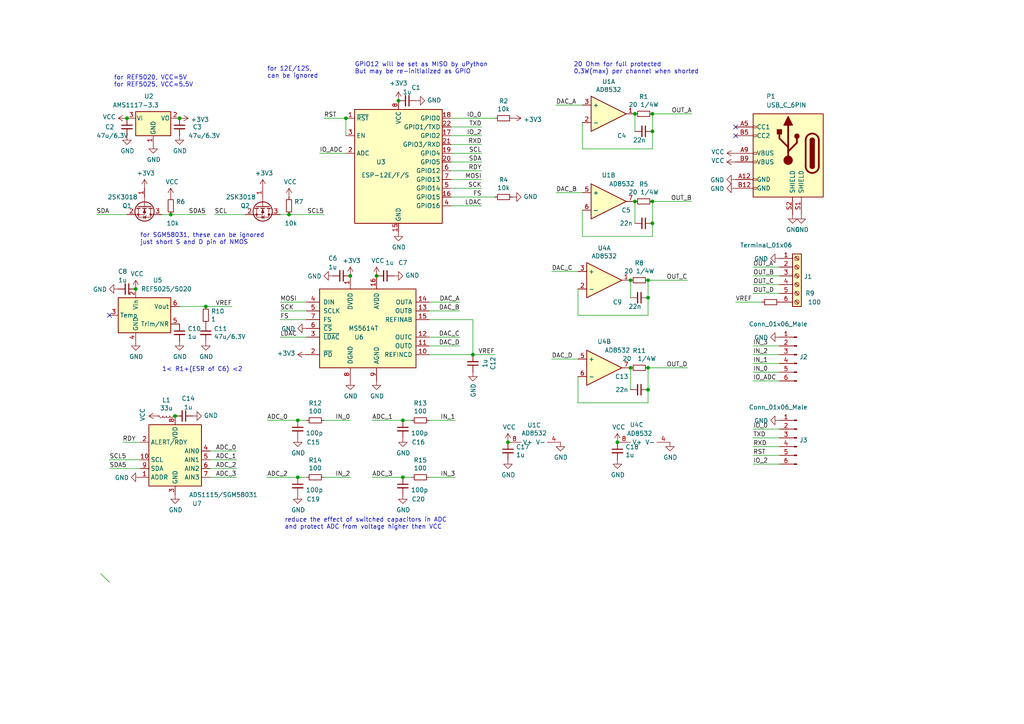
<source format=kicad_sch>
(kicad_sch (version 20230121) (generator eeschema)
  (paper "A4")
  (lib_symbols
    (symbol "Library:ADS1115IDGS"
      (property "Reference" "U" (at 2.54 13.97 0))
      (property "Value" "ADS1115IDGS" (at 7.62 11.43 0))
      (symbol "ADS1115IDGS_0_1"
        (rectangle (start -7.62 10.16) (end 7.62 -7.62) (stroke (width 0.254)) (fill (type background)))
      )
      (symbol "ADS1115IDGS_1_1"
        (pin input line (at 10.16 -5.08 180) (length 2.54) (name "ADDR") (number "1"))
        (pin input line (at 10.16 0 180) (length 2.54) (name "SCL") (number "10"))
        (pin output line (at 10.16 5.08 180) (length 2.54) (name "ALERT/RDY") (number "2"))
        (pin power_in line (at 0 -10.16 90) (length 2.54) (name "GND") (number "3"))
        (pin input line (at -10.16 2.54 0) (length 2.54) (name "AIN0") (number "4"))
        (pin input line (at -10.16 0 0) (length 2.54) (name "AIN1") (number "5"))
        (pin input line (at -10.16 -2.54 0) (length 2.54) (name "AIN2") (number "6"))
        (pin input line (at -10.16 -5.08 0) (length 2.54) (name "AIN3") (number "7"))
        (pin power_in line (at 0 12.7 270) (length 2.54) (name "VDD") (number "8"))
        (pin bidirectional line (at 10.16 -2.54 180) (length 2.54) (name "SDA") (number "9"))
      )
    )
    (symbol "Library:C_Small" (pin_numbers hide) (pin_names (offset 0.254) hide)
      (property "Reference" "C" (at 0.254 1.778 0))
      (property "Value" "C_Small" (at 0.254 -2.032 0))
      (symbol "C_Small_0_1"
        (polyline (pts (xy -1.524 -0.508) (xy 1.524 -0.508)) (stroke (width 0.3302)))
        (polyline (pts (xy -1.524 0.508) (xy 1.524 0.508)) (stroke (width 0.3048)))
      )
      (symbol "C_Small_1_1"
        (pin passive line (at 0 2.54 270) (length 2.032) (name "~") (number "1"))
        (pin passive line (at 0 -2.54 90) (length 2.032) (name "~") (number "2"))
      )
    )
    (symbol "Library:Conn_01x06_Male-Connector" (pin_names (offset 1.016) hide)
      (property "Reference" "J" (at 0 7.62 0))
      (property "Value" "Connector_Conn_01x06_Male" (at 0 -10.16 0))
      (symbol "Conn_01x06_Male-Connector_1_1"
        (polyline (pts (xy 1.27 -7.62) (xy 0.8636 -7.62)) (stroke (width 0.1524)))
        (polyline (pts (xy 1.27 -5.08) (xy 0.8636 -5.08)) (stroke (width 0.1524)))
        (polyline (pts (xy 1.27 -2.54) (xy 0.8636 -2.54)) (stroke (width 0.1524)))
        (polyline (pts (xy 1.27 0) (xy 0.8636 0)) (stroke (width 0.1524)))
        (polyline (pts (xy 1.27 2.54) (xy 0.8636 2.54)) (stroke (width 0.1524)))
        (polyline (pts (xy 1.27 5.08) (xy 0.8636 5.08)) (stroke (width 0.1524)))
        (rectangle (start 0.8636 -7.493) (end 0 -7.747) (stroke (width 0.1524)) (fill (type outline)))
        (rectangle (start 0.8636 -4.953) (end 0 -5.207) (stroke (width 0.1524)) (fill (type outline)))
        (rectangle (start 0.8636 -2.413) (end 0 -2.667) (stroke (width 0.1524)) (fill (type outline)))
        (rectangle (start 0.8636 0.127) (end 0 -0.127) (stroke (width 0.1524)) (fill (type outline)))
        (rectangle (start 0.8636 2.667) (end 0 2.413) (stroke (width 0.1524)) (fill (type outline)))
        (rectangle (start 0.8636 5.207) (end 0 4.953) (stroke (width 0.1524)) (fill (type outline)))
        (pin passive line (at 5.08 5.08 180) (length 3.81) (name "Pin_1") (number "1"))
        (pin passive line (at 5.08 2.54 180) (length 3.81) (name "Pin_2") (number "2"))
        (pin passive line (at 5.08 0 180) (length 3.81) (name "Pin_3") (number "3"))
        (pin passive line (at 5.08 -2.54 180) (length 3.81) (name "Pin_4") (number "4"))
        (pin passive line (at 5.08 -5.08 180) (length 3.81) (name "Pin_5") (number "5"))
        (pin passive line (at 5.08 -7.62 180) (length 3.81) (name "Pin_6") (number "6"))
      )
    )
    (symbol "Library:ESP-12E-NOSD-my"
      (property "Reference" "U" (at -12.7 19.05 0))
      (property "Value" "my_ESP-12E-NOSD" (at 12.7 19.05 0))
      (symbol "ESP-12E-NOSD-my_0_1"
        (rectangle (start -12.7 17.78) (end 12.7 -15.24) (stroke (width 0.254)) (fill (type background)))
      )
      (symbol "ESP-12E-NOSD-my_1_1"
        (pin input line (at -15.24 15.24 0) (length 2.54) (name "~{RST}") (number "1"))
        (pin power_in line (at 0 -17.78 90) (length 2.54) (name "GND") (number "15"))
        (pin bidirectional line (at 15.24 -7.62 180) (length 2.54) (name "GPIO15") (number "16"))
        (pin bidirectional line (at 15.24 10.16 180) (length 2.54) (name "GPIO2") (number "17"))
        (pin bidirectional line (at 15.24 15.24 180) (length 2.54) (name "GPIO0") (number "18"))
        (pin bidirectional line (at 15.24 5.08 180) (length 2.54) (name "GPIO4") (number "19"))
        (pin input line (at -15.24 5.08 0) (length 2.54) (name "ADC") (number "2"))
        (pin bidirectional line (at 15.24 2.54 180) (length 2.54) (name "GPIO5") (number "20"))
        (pin bidirectional line (at 15.24 7.62 180) (length 2.54) (name "GPIO3/RXD") (number "21"))
        (pin bidirectional line (at 15.24 12.7 180) (length 2.54) (name "GPIO1/TXD") (number "22"))
        (pin input line (at -15.24 10.16 0) (length 2.54) (name "EN") (number "3"))
        (pin bidirectional line (at 15.24 -10.16 180) (length 2.54) (name "GPIO16") (number "4"))
        (pin bidirectional line (at 15.24 -5.08 180) (length 2.54) (name "GPIO14") (number "5"))
        (pin bidirectional line (at 15.24 0 180) (length 2.54) (name "GPIO12") (number "6"))
        (pin bidirectional line (at 15.24 -2.54 180) (length 2.54) (name "GPIO13") (number "7"))
        (pin power_in line (at 0 20.32 270) (length 2.54) (name "VCC") (number "8"))
      )
    )
    (symbol "Library:LM1117-3.3-Regulator_Linear" (pin_names (offset 0.254))
      (property "Reference" "U" (at -3.81 3.175 0))
      (property "Value" "Regulator_Linear_LM1117-3.3" (at 0 3.175 0))
      (symbol "LM1117-3.3-Regulator_Linear_0_1"
        (rectangle (start -5.08 -5.08) (end 5.08 1.905) (stroke (width 0.254)) (fill (type background)))
      )
      (symbol "LM1117-3.3-Regulator_Linear_1_1"
        (pin power_in line (at 0 -7.62 90) (length 2.54) (name "GND") (number "1"))
        (pin power_out line (at 7.62 0 180) (length 2.54) (name "VO") (number "2"))
        (pin power_in line (at -7.62 0 0) (length 2.54) (name "VI") (number "3"))
      )
    )
    (symbol "Library:L_Small" (pin_numbers hide) (pin_names (offset 0.254) hide)
      (property "Reference" "L" (at 0.762 1.016 0))
      (property "Value" "L_Small" (at 0.762 -1.016 0))
      (symbol "L_Small_0_1"
        (arc (start 0 -2.032) (mid 0.5058 -1.524) (end 0 -1.016))
        (arc (start 0 -1.016) (mid 0.5058 -0.508) (end 0 0))
        (arc (start 0 0) (mid 0.5058 0.508) (end 0 1.016))
        (arc (start 0 1.016) (mid 0.5058 1.524) (end 0 2.032))
      )
      (symbol "L_Small_1_1"
        (pin passive line (at 0 2.54 270) (length 0.508) (name "~") (number "1"))
        (pin passive line (at 0 -2.54 90) (length 0.508) (name "~") (number "2"))
      )
    )
    (symbol "Library:Opamp_Dual_Generic-Device"
      (property "Reference" "U" (at 0 5.08 0))
      (property "Value" "Device_Opamp_Dual_Generic" (at 0 -5.08 0))
      (symbol "Opamp_Dual_Generic-Device_1_1"
        (polyline (pts (xy -5.08 5.08) (xy 5.08 0) (xy -5.08 -5.08) (xy -5.08 5.08)) (stroke (width 0.254)) (fill (type background)))
        (pin output line (at 7.62 0 180) (length 2.54) (name "~") (number "1"))
        (pin input line (at -7.62 -2.54 0) (length 2.54) (name "-") (number "2"))
        (pin input line (at -7.62 2.54 0) (length 2.54) (name "+") (number "3"))
      )
      (symbol "Opamp_Dual_Generic-Device_2_1"
        (polyline (pts (xy -5.08 5.08) (xy 5.08 0) (xy -5.08 -5.08) (xy -5.08 5.08)) (stroke (width 0.254)) (fill (type background)))
        (pin input line (at -7.62 2.54 0) (length 2.54) (name "+") (number "5"))
        (pin input line (at -7.62 -2.54 0) (length 2.54) (name "-") (number "6"))
        (pin output line (at 7.62 0 180) (length 2.54) (name "~") (number "7"))
      )
      (symbol "Opamp_Dual_Generic-Device_3_1"
        (pin power_in line (at -2.54 -7.62 90) (length 3.81) (name "V-") (number "4"))
        (pin power_in line (at -2.54 7.62 270) (length 3.81) (name "V+") (number "8"))
      )
    )
    (symbol "Library:Q_NMOS_GSD" (pin_names (offset 0) hide)
      (property "Reference" "Q" (at 5.08 1.27 0))
      (property "Value" "Q_NMOS_GSD" (at 5.08 -1.27 0))
      (symbol "Q_NMOS_GSD_0_1"
        (polyline (pts (xy 0.254 0) (xy -2.54 0)))
        (polyline (pts (xy 0.254 1.905) (xy 0.254 -1.905)) (stroke (width 0.254)))
        (polyline (pts (xy 0.762 -1.27) (xy 0.762 -2.286)) (stroke (width 0.254)))
        (polyline (pts (xy 0.762 0.508) (xy 0.762 -0.508)) (stroke (width 0.254)))
        (polyline (pts (xy 0.762 2.286) (xy 0.762 1.27)) (stroke (width 0.254)))
        (polyline (pts (xy 2.54 2.54) (xy 2.54 1.778)))
        (polyline (pts (xy 2.54 -2.54) (xy 2.54 0) (xy 0.762 0)))
        (polyline (pts (xy 0.762 -1.778) (xy 3.302 -1.778) (xy 3.302 1.778) (xy 0.762 1.778)))
        (polyline (pts (xy 1.016 0) (xy 2.032 0.381) (xy 2.032 -0.381) (xy 1.016 0)) (fill (type outline)))
        (polyline (pts (xy 2.794 0.508) (xy 2.921 0.381) (xy 3.683 0.381) (xy 3.81 0.254)))
        (polyline (pts (xy 3.302 0.381) (xy 2.921 -0.254) (xy 3.683 -0.254) (xy 3.302 0.381)))
        (circle (center 1.651 0) (radius 2.794) (stroke (width 0.254)))
        (circle (center 2.54 -1.778) (radius 0.254) (fill (type outline)))
        (circle (center 2.54 1.778) (radius 0.254) (fill (type outline)))
      )
      (symbol "Q_NMOS_GSD_1_1"
        (pin input line (at -5.08 0 0) (length 2.54) (name "G") (number "1"))
        (pin passive line (at 2.54 -5.08 90) (length 2.54) (name "S") (number "2"))
        (pin passive line (at 2.54 5.08 270) (length 2.54) (name "D") (number "3"))
      )
    )
    (symbol "Library:REF5025ADGK"
      (property "Reference" "U" (at 0.635 8.255 0))
      (property "Value" "REF5025ADGK" (at -0.635 6.35 0))
      (symbol "REF5025ADGK_0_1"
        (rectangle (start -7.62 5.08) (end 7.62 -5.08) (stroke (width 0.254)) (fill (type background)))
      )
      (symbol "REF5025ADGK_1_1"
        (pin no_connect line (at -7.62 2.54 0) (length 2.54) hide (name "DNC") (number "1"))
        (pin power_in line (at -2.54 7.62 270) (length 2.54) (name "Vin") (number "2"))
        (pin passive line (at -10.16 0 0) (length 2.54) (name "Temp") (number "3"))
        (pin power_in line (at -2.54 -7.62 90) (length 2.54) (name "GND") (number "4"))
        (pin passive line (at 10.16 -2.54 180) (length 2.54) (name "Trim/NR") (number "5"))
        (pin power_out line (at 10.16 2.54 180) (length 2.54) (name "Vout") (number "6"))
        (pin no_connect line (at -5.08 -5.08 90) (length 2.54) hide (name "NC") (number "7"))
        (pin no_connect line (at 7.62 0 180) (length 2.54) hide (name "DNC") (number "8"))
      )
    )
    (symbol "Library:R_Small" (pin_numbers hide) (pin_names (offset 0.254) hide)
      (property "Reference" "R" (at 0.762 0.508 0))
      (property "Value" "R_Small" (at 0.762 -1.016 0))
      (symbol "R_Small_0_1"
        (rectangle (start -0.762 1.778) (end 0.762 -1.778) (stroke (width 0.2032)))
      )
      (symbol "R_Small_1_1"
        (pin passive line (at 0 2.54 270) (length 0.762) (name "~") (number "1"))
        (pin passive line (at 0 -2.54 90) (length 0.762) (name "~") (number "2"))
      )
    )
    (symbol "Library:Screw_Terminal_01x06" (pin_names (offset 1.016) hide)
      (property "Reference" "J" (at 0 7.62 0))
      (property "Value" "Screw_Terminal_01x06" (at 0 -10.16 0))
      (symbol "Screw_Terminal_01x06_1_1"
        (rectangle (start -1.27 6.35) (end 1.27 -8.89) (stroke (width 0.254)) (fill (type background)))
        (circle (center 0 -7.62) (radius 0.635) (stroke (width 0.1524)))
        (circle (center 0 -5.08) (radius 0.635) (stroke (width 0.1524)))
        (circle (center 0 -2.54) (radius 0.635) (stroke (width 0.1524)))
        (polyline (pts (xy -0.5334 -7.2898) (xy 0.3302 -8.128)) (stroke (width 0.1524)))
        (polyline (pts (xy -0.5334 -4.7498) (xy 0.3302 -5.588)) (stroke (width 0.1524)))
        (polyline (pts (xy -0.5334 -2.2098) (xy 0.3302 -3.048)) (stroke (width 0.1524)))
        (polyline (pts (xy -0.5334 0.3302) (xy 0.3302 -0.508)) (stroke (width 0.1524)))
        (polyline (pts (xy -0.5334 2.8702) (xy 0.3302 2.032)) (stroke (width 0.1524)))
        (polyline (pts (xy -0.5334 5.4102) (xy 0.3302 4.572)) (stroke (width 0.1524)))
        (polyline (pts (xy -0.3556 -7.112) (xy 0.508 -7.9502)) (stroke (width 0.1524)))
        (polyline (pts (xy -0.3556 -4.572) (xy 0.508 -5.4102)) (stroke (width 0.1524)))
        (polyline (pts (xy -0.3556 -2.032) (xy 0.508 -2.8702)) (stroke (width 0.1524)))
        (polyline (pts (xy -0.3556 0.508) (xy 0.508 -0.3302)) (stroke (width 0.1524)))
        (polyline (pts (xy -0.3556 3.048) (xy 0.508 2.2098)) (stroke (width 0.1524)))
        (polyline (pts (xy -0.3556 5.588) (xy 0.508 4.7498)) (stroke (width 0.1524)))
        (circle (center 0 0) (radius 0.635) (stroke (width 0.1524)))
        (circle (center 0 2.54) (radius 0.635) (stroke (width 0.1524)))
        (circle (center 0 5.08) (radius 0.635) (stroke (width 0.1524)))
        (pin passive line (at -5.08 5.08 0) (length 3.81) (name "Pin_1") (number "1"))
        (pin passive line (at -5.08 2.54 0) (length 3.81) (name "Pin_2") (number "2"))
        (pin passive line (at -5.08 0 0) (length 3.81) (name "Pin_3") (number "3"))
        (pin passive line (at -5.08 -2.54 0) (length 3.81) (name "Pin_4") (number "4"))
        (pin passive line (at -5.08 -5.08 0) (length 3.81) (name "Pin_5") (number "5"))
        (pin passive line (at -5.08 -7.62 0) (length 3.81) (name "Pin_6") (number "6"))
      )
    )
    (symbol "Library:TLV5627CPW" (pin_names (offset 1.016))
      (property "Reference" "U" (at -13.97 12.7 0))
      (property "Value" "TLV5627CPW" (at 6.35 12.7 0))
      (symbol "TLV5627CPW_0_1"
        (rectangle (start -13.97 11.43) (end 13.97 -11.43) (stroke (width 0.254)) (fill (type background)))
      )
      (symbol "TLV5627CPW_1_1"
        (pin power_in line (at -5.08 15.24 270) (length 3.81) (name "DVDD") (number "1"))
        (pin input line (at 17.78 -7.62 180) (length 3.81) (name "REFINCD") (number "10"))
        (pin output line (at 17.78 -5.08 180) (length 3.81) (name "OUTD") (number "11"))
        (pin output line (at 17.78 -2.54 180) (length 3.81) (name "OUTC") (number "12"))
        (pin output line (at 17.78 5.08 180) (length 3.81) (name "OUTB") (number "13"))
        (pin output line (at 17.78 7.62 180) (length 3.81) (name "OUTA") (number "14"))
        (pin input line (at 17.78 2.54 180) (length 3.81) (name "REFINAB") (number "15"))
        (pin power_in line (at 2.54 15.24 270) (length 3.81) (name "AVDD") (number "16"))
        (pin input line (at -17.78 -7.62 0) (length 3.81) (name "~{PD}") (number "2"))
        (pin input line (at -17.78 -2.54 0) (length 3.81) (name "~{LDAC}") (number "3"))
        (pin input line (at -17.78 7.62 0) (length 3.81) (name "DIN") (number "4"))
        (pin input line (at -17.78 5.08 0) (length 3.81) (name "SCLK") (number "5"))
        (pin input line (at -17.78 0 0) (length 3.81) (name "~{CS}") (number "6"))
        (pin input line (at -17.78 2.54 0) (length 3.81) (name "FS") (number "7"))
        (pin power_in line (at -5.08 -15.24 90) (length 3.81) (name "DGND") (number "8"))
        (pin power_in line (at 2.54 -15.24 90) (length 3.81) (name "AGND") (number "9"))
      )
    )
    (symbol "Library:USB_C_6PIN-my" (pin_names (offset 1.016))
      (property "Reference" "P" (at 6.35 12.7 0))
      (property "Value" "my_USB_C_6PIN" (at 2.54 12.7 0))
      (symbol "USB_C_6PIN-my_0_0"
        (rectangle (start 10.16 -9.906) (end 9.144 -10.414))
        (rectangle (start 10.16 -7.366) (end 9.144 -7.874))
        (rectangle (start 10.16 -2.286) (end 9.144 -2.794))
        (rectangle (start 10.16 0.254) (end 9.144 -0.254))
        (rectangle (start 10.16 5.334) (end 9.144 4.826))
        (rectangle (start 10.16 7.874) (end 9.144 7.366))
      )
      (symbol "USB_C_6PIN-my_0_1"
        (rectangle (start -10.16 11.43) (end 10.16 -12.7) (stroke (width 0.254)) (fill (type background)))
        (arc (start -8.89 -3.81) (mid -6.985 -5.7067) (end -5.08 -3.81) (stroke (width 0.508)))
        (arc (start -7.62 -3.81) (mid -6.985 -4.4423) (end -6.35 -3.81) (stroke (width 0.254)))
        (arc (start -7.62 -3.81) (mid -6.985 -4.4423) (end -6.35 -3.81) (stroke (width 0.254)) (fill (type outline)))
        (rectangle (start -7.62 -3.81) (end -6.35 3.81) (stroke (width 0.254)) (fill (type outline)))
        (arc (start -6.35 3.81) (mid -6.985 4.4423) (end -7.62 3.81) (stroke (width 0.254)))
        (arc (start -6.35 3.81) (mid -6.985 4.4423) (end -7.62 3.81) (stroke (width 0.254)) (fill (type outline)))
        (arc (start -5.08 3.81) (mid -6.985 5.7067) (end -8.89 3.81) (stroke (width 0.508)))
        (polyline (pts (xy -8.89 -3.81) (xy -8.89 3.81)) (stroke (width 0.508)))
        (polyline (pts (xy -5.08 3.81) (xy -5.08 -3.81)) (stroke (width 0.508)))
      )
      (symbol "USB_C_6PIN-my_1_1"
        (circle (center -2.54 4.953) (radius 0.635) (stroke (width 0.254)) (fill (type outline)))
        (circle (center 0 -2.032) (radius 1.27) (fill (type outline)))
        (polyline (pts (xy 0 -2.032) (xy 0 8.128)) (stroke (width 0.508)))
        (polyline (pts (xy 0 0.508) (xy -2.54 3.048) (xy -2.54 4.318)) (stroke (width 0.508)))
        (polyline (pts (xy 0 1.778) (xy 2.54 4.318) (xy 2.54 5.588)) (stroke (width 0.508)))
        (polyline (pts (xy -1.27 8.128) (xy 0 10.668) (xy 1.27 8.128) (xy -1.27 8.128)) (stroke (width 0.254)) (fill (type outline)))
        (rectangle (start 1.905 5.588) (end 3.175 6.858) (stroke (width 0.254)) (fill (type outline)))
        (pin power_in line (at 15.24 -7.62 180) (length 5.08) (name "GND") (number "A12"))
        (pin bidirectional line (at 15.24 7.62 180) (length 5.08) (name "CC1") (number "A5"))
        (pin power_in line (at 15.24 0 180) (length 5.08) (name "VBUS") (number "A9"))
        (pin power_in line (at 15.24 -10.16 180) (length 5.08) (name "GND") (number "B12"))
        (pin bidirectional line (at 15.24 5.08 180) (length 5.08) (name "CC2") (number "B5"))
        (pin power_in line (at 15.24 -2.54 180) (length 5.08) (name "VBUS") (number "B9"))
        (pin passive line (at -3.81 -17.78 90) (length 5.08) (name "SHIELD") (number "S1"))
        (pin passive line (at -1.27 -17.78 90) (length 5.08) (name "SHIELD") (number "S2"))
      )
    )
    (symbol "power:+3V3" (power) (pin_names (offset 0))
      (property "Value" "+3V3" (at 0 3.556 0))
      (symbol "+3V3_0_1"
        (polyline (pts (xy -0.762 1.27) (xy 0 2.54)))
        (polyline (pts (xy 0 0) (xy 0 2.54)))
        (polyline (pts (xy 0 2.54) (xy 0.762 1.27)))
      )
      (symbol "+3V3_1_1"
        (pin power_in line (at 0 0 90) (length 0) hide (name "+3V3") (number "1"))
      )
    )
    (symbol "power:GND" (power) (pin_names (offset 0))
      (property "Value" "GND" (at 0 -3.81 0))
      (symbol "GND_0_1"
        (polyline (pts (xy 0 0) (xy 0 -1.27) (xy 1.27 -1.27) (xy 0 -2.54) (xy -1.27 -1.27) (xy 0 -1.27)))
      )
      (symbol "GND_1_1"
        (pin power_in line (at 0 0 270) (length 0) hide (name "GND") (number "1"))
      )
    )
    (symbol "power:VCC" (power) (pin_names (offset 0))
      (property "Value" "VCC" (at 0 3.81 0))
      (symbol "VCC_0_1"
        (polyline (pts (xy -0.762 1.27) (xy 0 2.54)))
        (polyline (pts (xy 0 0) (xy 0 2.54)))
        (polyline (pts (xy 0 2.54) (xy 0.762 1.27)))
      )
      (symbol "VCC_1_1"
        (pin power_in line (at 0 0 90) (length 0) hide (name "VCC") (number "1"))
      )
    )
  )
  (junction (at 86.36 138.43))
  (junction (at 36.83 34.29))
  (junction (at 184.15 33.02))
  (junction (at 189.23 38.1))
  (junction (at 182.88 81.28))
  (junction (at 189.23 33.02))
  (junction (at 59.69 88.9))
  (junction (at 147.32 128.27))
  (junction (at 187.96 81.28))
  (junction (at 182.88 106.68))
  (junction (at 189.23 58.42))
  (junction (at 109.22 80.01))
  (junction (at 137.16 102.87))
  (junction (at 179.07 128.27))
  (junction (at 52.07 34.29))
  (junction (at 39.37 83.82))
  (junction (at 184.15 58.42))
  (junction (at 115.57 29.21))
  (junction (at 187.96 113.03))
  (junction (at 100.33 34.29))
  (junction (at 83.82 62.23))
  (junction (at 50.8 120.65))
  (junction (at 49.53 62.23))
  (junction (at 101.6 80.01))
  (junction (at 189.23 64.77))
  (junction (at 116.84 121.92))
  (junction (at 187.96 106.68))
  (junction (at 187.96 86.36))
  (junction (at 86.36 121.92))
  (junction (at 116.84 138.43))
  (no_connect (at 31.75 91.44))
  (no_connect (at 213.36 39.37))
  (no_connect (at 213.36 36.83))
  (bus_entry (at 29.21 166.37) (size 2.54 2.54))
  (wire (pts (xy 168.91 43.18) (xy 189.23 43.18)))
  (wire (pts (xy 218.44 107.95) (xy 226.06 107.95)))
  (wire (pts (xy 130.81 49.53) (xy 139.7 49.53)))
  (wire (pts (xy 62.23 62.23) (xy 71.12 62.23)))
  (wire (pts (xy 226.06 127) (xy 218.44 127)))
  (wire (pts (xy 187.96 113.03) (xy 187.96 116.84)))
  (wire (pts (xy 130.81 36.83) (xy 139.7 36.83)))
  (wire (pts (xy 77.47 138.43) (xy 86.36 138.43)))
  (wire (pts (xy 187.96 106.68) (xy 199.39 106.68)))
  (wire (pts (xy 116.84 121.92) (xy 119.38 121.92)))
  (wire (pts (xy 46.99 62.23) (xy 49.53 62.23)))
  (wire (pts (xy 68.58 133.35) (xy 60.96 133.35)))
  (wire (pts (xy 93.98 138.43) (xy 101.6 138.43)))
  (wire (pts (xy 218.44 80.01) (xy 226.06 80.01)))
  (wire (pts (xy 168.91 30.48) (xy 161.29 30.48)))
  (wire (pts (xy 218.44 134.62) (xy 226.06 134.62)))
  (wire (pts (xy 218.44 102.87) (xy 226.06 102.87)))
  (wire (pts (xy 182.88 106.68) (xy 182.88 113.03)))
  (wire (pts (xy 218.44 105.41) (xy 226.06 105.41)))
  (wire (pts (xy 92.71 44.45) (xy 100.33 44.45)))
  (wire (pts (xy 167.64 91.44) (xy 187.96 91.44)))
  (wire (pts (xy 189.23 33.02) (xy 189.23 38.1)))
  (wire (pts (xy 137.16 102.87) (xy 124.46 102.87)))
  (wire (pts (xy 189.23 43.18) (xy 189.23 38.1)))
  (wire (pts (xy 77.47 121.92) (xy 86.36 121.92)))
  (wire (pts (xy 40.64 135.89) (xy 31.75 135.89)))
  (wire (pts (xy 100.33 39.37) (xy 100.33 34.29)))
  (wire (pts (xy 189.23 64.77) (xy 189.23 68.58)))
  (wire (pts (xy 184.15 38.1) (xy 184.15 33.02)))
  (wire (pts (xy 49.53 62.23) (xy 59.69 62.23)))
  (wire (pts (xy 124.46 138.43) (xy 132.08 138.43)))
  (wire (pts (xy 86.36 121.92) (xy 88.9 121.92)))
  (wire (pts (xy 189.23 58.42) (xy 189.23 64.77)))
  (wire (pts (xy 133.35 90.17) (xy 124.46 90.17)))
  (wire (pts (xy 168.91 68.58) (xy 168.91 60.96)))
  (wire (pts (xy 86.36 138.43) (xy 88.9 138.43)))
  (wire (pts (xy 139.7 46.99) (xy 130.81 46.99)))
  (wire (pts (xy 124.46 121.92) (xy 132.08 121.92)))
  (wire (pts (xy 187.96 81.28) (xy 187.96 86.36)))
  (wire (pts (xy 81.28 62.23) (xy 83.82 62.23)))
  (wire (pts (xy 182.88 86.36) (xy 182.88 81.28)))
  (wire (pts (xy 116.84 138.43) (xy 119.38 138.43)))
  (wire (pts (xy 218.44 100.33) (xy 226.06 100.33)))
  (wire (pts (xy 27.94 62.23) (xy 36.83 62.23)))
  (wire (pts (xy 218.44 124.46) (xy 226.06 124.46)))
  (wire (pts (xy 226.06 82.55) (xy 218.44 82.55)))
  (wire (pts (xy 107.95 138.43) (xy 116.84 138.43)))
  (wire (pts (xy 168.91 55.88) (xy 161.29 55.88)))
  (wire (pts (xy 93.98 121.92) (xy 101.6 121.92)))
  (wire (pts (xy 187.96 106.68) (xy 187.96 113.03)))
  (wire (pts (xy 124.46 97.79) (xy 133.35 97.79)))
  (wire (pts (xy 137.16 92.71) (xy 137.16 102.87)))
  (wire (pts (xy 88.9 90.17) (xy 81.28 90.17)))
  (wire (pts (xy 167.64 78.74) (xy 160.02 78.74)))
  (wire (pts (xy 137.16 102.87) (xy 143.51 102.87)))
  (wire (pts (xy 130.81 44.45) (xy 139.7 44.45)))
  (wire (pts (xy 143.51 57.15) (xy 130.81 57.15)))
  (wire (pts (xy 218.44 129.54) (xy 226.06 129.54)))
  (wire (pts (xy 218.44 132.08) (xy 226.06 132.08)))
  (wire (pts (xy 220.98 87.63) (xy 213.36 87.63)))
  (wire (pts (xy 139.7 39.37) (xy 130.81 39.37)))
  (wire (pts (xy 60.96 130.81) (xy 68.58 130.81)))
  (wire (pts (xy 189.23 68.58) (xy 168.91 68.58)))
  (wire (pts (xy 218.44 110.49) (xy 226.06 110.49)))
  (wire (pts (xy 167.64 116.84) (xy 167.64 109.22)))
  (wire (pts (xy 124.46 92.71) (xy 137.16 92.71)))
  (wire (pts (xy 60.96 135.89) (xy 68.58 135.89)))
  (wire (pts (xy 189.23 33.02) (xy 200.66 33.02)))
  (wire (pts (xy 59.69 88.9) (xy 67.31 88.9)))
  (wire (pts (xy 83.82 62.23) (xy 93.98 62.23)))
  (wire (pts (xy 218.44 85.09) (xy 226.06 85.09)))
  (wire (pts (xy 187.96 81.28) (xy 199.39 81.28)))
  (wire (pts (xy 167.64 104.14) (xy 160.02 104.14)))
  (wire (pts (xy 184.15 58.42) (xy 184.15 64.77)))
  (wire (pts (xy 68.58 138.43) (xy 60.96 138.43)))
  (wire (pts (xy 168.91 35.56) (xy 168.91 43.18)))
  (wire (pts (xy 189.23 58.42) (xy 200.66 58.42)))
  (wire (pts (xy 81.28 92.71) (xy 88.9 92.71)))
  (wire (pts (xy 93.98 34.29) (xy 100.33 34.29)))
  (wire (pts (xy 218.44 77.47) (xy 226.06 77.47)))
  (wire (pts (xy 139.7 52.07) (xy 130.81 52.07)))
  (wire (pts (xy 143.51 34.29) (xy 130.81 34.29)))
  (wire (pts (xy 133.35 100.33) (xy 124.46 100.33)))
  (wire (pts (xy 187.96 116.84) (xy 167.64 116.84)))
  (wire (pts (xy 107.95 121.92) (xy 116.84 121.92)))
  (wire (pts (xy 167.64 83.82) (xy 167.64 91.44)))
  (wire (pts (xy 81.28 87.63) (xy 88.9 87.63)))
  (wire (pts (xy 31.75 133.35) (xy 40.64 133.35)))
  (wire (pts (xy 88.9 97.79) (xy 81.28 97.79)))
  (wire (pts (xy 52.07 88.9) (xy 59.69 88.9)))
  (wire (pts (xy 40.64 128.27) (xy 35.56 128.27)))
  (wire (pts (xy 130.81 59.69) (xy 139.7 59.69)))
  (wire (pts (xy 130.81 41.91) (xy 139.7 41.91)))
  (wire (pts (xy 187.96 91.44) (xy 187.96 86.36)))
  (wire (pts (xy 124.46 87.63) (xy 133.35 87.63)))
  (wire (pts (xy 139.7 54.61) (xy 130.81 54.61)))
  (text "for 12E/12S, \ncan be ignored" (at 77.47 22.86 0) (effects (font (size 1.27 1.27)) (justify left bottom)))
  (text "20 Ohm for full protected\n0.3W(max) per channel when shorted" (at 166.37 21.59 0) (effects (font (size 1.27 1.27)) (justify left bottom)))
  (text "reduce the effect of switched capacitors in ADC\nand protect ADC from voltage higher then VCC" (at 82.55 153.67 0) (effects (font (size 1.27 1.27)) (justify left bottom)))
  (text "1< R1+(ESR of C6) <2" (at 46.99 107.95 0) (effects (font (size 1.27 1.27)) (justify left bottom)))
  (text "for REF5020, VCC=5V\nfor REF5025, VCC=5.5V" (at 33.02 25.4 0) (effects (font (size 1.27 1.27)) (justify left bottom)))
  (text "for SGM58031, these can be ignored\njust short S and D pin of NMOS" (at 40.64 71.12 0) (effects (font (size 1.27 1.27)) (justify left bottom)))
  (text "GPIO12 will be set as MISO by uPython\nBut may be re-initialized as GPIO" (at 102.87 21.59 0) (effects (font (size 1.27 1.27)) (justify left bottom)))
  (label "SDA" (at 27.94 62.23 0))
  (label "DAC_C" (at 133.35 97.79 180))
  (label "IN_2" (at 101.6 138.43 180))
  (label "OUT_B" (at 218.44 80.01 0))
  (label "MOSI" (at 81.28 87.63 0))
  (label "OUT_A" (at 218.44 77.47 0))
  (label "SDA5" (at 59.69 62.23 180))
  (label "IN_3" (at 218.44 100.33 0))
  (label "SCK" (at 81.28 90.17 0))
  (label "TXD" (at 218.44 127 0))
  (label "DAC_D" (at 160.02 104.14 0))
  (label "LDAC" (at 81.28 97.79 0))
  (label "DAC_B" (at 133.35 90.17 180))
  (label "RST" (at 93.98 34.29 0))
  (label "RDY" (at 139.7 49.53 180))
  (label "RXD" (at 218.44 129.54 0))
  (label "IN_1" (at 218.44 105.41 0))
  (label "OUT_B" (at 200.66 58.42 180))
  (label "ADC_3" (at 68.58 138.43 180))
  (label "VREF" (at 67.31 88.9 180))
  (label "TXD" (at 139.7 36.83 180))
  (label "ADC_0" (at 77.47 121.92 0))
  (label "IO_ADC" (at 218.44 110.49 0))
  (label "MOSI" (at 139.7 52.07 180))
  (label "DAC_A" (at 161.29 30.48 0))
  (label "IN_2" (at 218.44 102.87 0))
  (label "ADC_3" (at 107.95 138.43 0))
  (label "SDA" (at 139.7 46.99 180))
  (label "OUT_D" (at 218.44 85.09 0))
  (label "IO_0" (at 139.7 34.29 180))
  (label "SCL" (at 62.23 62.23 0))
  (label "RDY" (at 35.56 128.27 0))
  (label "ADC_1" (at 68.58 133.35 180))
  (label "IO_2" (at 218.44 134.62 0))
  (label "OUT_C" (at 218.44 82.55 0))
  (label "OUT_A" (at 200.66 33.02 180))
  (label "FS" (at 139.7 57.15 180))
  (label "DAC_B" (at 161.29 55.88 0))
  (label "RXD" (at 139.7 41.91 180))
  (label "IN_1" (at 132.08 121.92 180))
  (label "DAC_C" (at 160.02 78.74 0))
  (label "IN_0" (at 101.6 121.92 180))
  (label "VREF" (at 143.51 102.87 180))
  (label "IO_0" (at 218.44 124.46 0))
  (label "IO_2" (at 139.7 39.37 180))
  (label "ADC_2" (at 68.58 135.89 180))
  (label "FS" (at 81.28 92.71 0))
  (label "LDAC" (at 139.7 59.69 180))
  (label "SCL" (at 139.7 44.45 180))
  (label "ADC_0" (at 68.58 130.81 180))
  (label "IN_0" (at 218.44 107.95 0))
  (label "OUT_C" (at 199.39 81.28 180))
  (label "DAC_D" (at 133.35 100.33 180))
  (label "RST" (at 218.44 132.08 0))
  (label "SCL5" (at 31.75 133.35 0))
  (label "IN_3" (at 132.08 138.43 180))
  (label "VREF" (at 213.36 87.63 0))
  (label "OUT_D" (at 199.39 106.68 180))
  (label "ADC_2" (at 77.47 138.43 0))
  (label "SDA5" (at 31.75 135.89 0))
  (label "IO_ADC" (at 92.71 44.45 0))
  (label "ADC_1" (at 107.95 121.92 0))
  (label "DAC_A" (at 133.35 87.63 180))
  (label "SCL5" (at 93.98 62.23 180))
  (label "SCK" (at 139.7 54.61 180))
  (symbol (lib_id "power:GND") (at 115.57 67.31 0) (unit 1)
    (property "Reference" "#PWR021" (effects hide))
    (property "Value" "GND" (at 115.697 71.7042 0))
  )
  (symbol (lib_id "Library:R_Small") (at 146.05 57.15 270) (unit 1)
    (property "Reference" "R4" (at 146.05 52.1716 90))
    (property "Value" "10k" (at 146.05 54.483 90))
    (property "Footprint" "Resistor_SMD:R_0603_1608Metric" (effects hide))
  )
  (symbol (lib_id "power:GND") (at 148.59 57.15 90) (unit 1)
    (property "Reference" "#PWR018" (effects hide))
    (property "Value" "GND" (at 151.8412 57.023 90) (effects (justify right)))
  )
  (symbol (lib_id "power:+3V3") (at 115.57 29.21 0) (unit 1)
    (property "Reference" "#PWR01" (effects hide))
    (property "Value" "+3V3" (at 115.57 24.13 0))
  )
  (symbol (lib_id "Library:C_Small") (at 118.11 29.21 270) (unit 1)
    (property "Reference" "C1" (at 120.65 25.4 90))
    (property "Value" "1u" (at 118.11 26.67 90))
    (property "Footprint" "Capacitor_SMD:C_0603_1608Metric" (effects hide))
  )
  (symbol (lib_id "power:GND") (at 120.65 29.21 90) (unit 1)
    (property "Reference" "#PWR02" (effects hide))
    (property "Value" "GND" (at 123.9012 29.083 90) (effects (justify right)))
  )
  (symbol (lib_id "Library:R_Small") (at 146.05 34.29 270) (unit 1)
    (property "Reference" "R2" (at 146.05 29.3116 90))
    (property "Value" "10k" (at 146.05 31.623 90))
    (property "Footprint" "Resistor_SMD:R_0603_1608Metric" (effects hide))
  )
  (symbol (lib_id "power:+3V3") (at 148.59 34.29 270) (unit 1)
    (property "Reference" "#PWR05" (effects hide))
    (property "Value" "+3V3" (at 151.8412 34.671 90) (effects (justify left)))
  )
  (symbol (lib_id "Library:LM1117-3.3-Regulator_Linear") (at 44.45 34.29 0) (unit 1)
    (property "Reference" "U2" (at 43.18 27.94 0))
    (property "Value" "AMS1117-3.3" (at 39.37 30.48 0))
    (property "Footprint" "Package_TO_SOT_SMD:SOT-223-3_TabPin2" (effects hide))
    (property "Datasheet" "http://www.ti.com/lit/ds/symlink/lm1117.pdf" (effects hide))
  )
  (symbol (lib_id "power:GND") (at 44.45 41.91 0) (unit 1)
    (property "Reference" "#PWR09" (effects hide))
    (property "Value" "GND" (at 44.577 46.3042 0))
  )
  (symbol (lib_id "power:GND") (at 52.07 39.37 0) (unit 1)
    (property "Reference" "#PWR07" (effects hide))
    (property "Value" "GND" (at 52.197 43.7642 0))
  )
  (symbol (lib_id "power:+3V3") (at 52.07 34.29 270) (unit 1)
    (property "Reference" "#PWR04" (effects hide))
    (property "Value" "+3V3" (at 55.3212 34.671 90) (effects (justify left)))
  )
  (symbol (lib_id "Library:ADS1115IDGS") (at 50.8 133.35 0) (mirror y) (unit 1)
    (property "Reference" "U7" (at 57.15 146.05 0))
    (property "Value" "ADS1115/SGM58031" (at 64.77 143.51 0))
    (property "Footprint" "Package_SO:TSSOP-10_3x3mm_P0.5mm" (effects hide))
    (property "Datasheet" "http://www.ti.com/lit/ds/symlink/ads1113.pdf" (effects hide))
  )
  (symbol (lib_id "power:GND") (at 36.83 39.37 0) (unit 1)
    (property "Reference" "#PWR06" (effects hide))
    (property "Value" "GND" (at 36.957 43.7642 0))
  )
  (symbol (lib_id "Library:Q_NMOS_GSD") (at 76.2 59.69 270) (unit 1)
    (property "Reference" "Q2" (at 71.12 59.69 90))
    (property "Value" "2SK3018" (at 69.85 57.15 90))
    (property "Footprint" "Package_TO_SOT_SMD:SOT-23" (effects hide))
  )
  (symbol (lib_id "power:+3V3") (at 76.2 54.61 0) (unit 1)
    (property "Reference" "#PWR014" (effects hide))
    (property "Value" "+3V3" (at 76.581 50.2158 0))
  )
  (symbol (lib_id "Library:R_Small") (at 83.82 59.69 0) (unit 1)
    (property "Reference" "R7" (at 85.3186 58.5216 0) (effects (justify left)))
    (property "Value" "10k" (at 82.55 64.77 0) (effects (justify left)))
    (property "Footprint" "Resistor_SMD:R_0603_1608Metric" (effects hide))
  )
  (symbol (lib_id "Library:Q_NMOS_GSD") (at 41.91 59.69 270) (unit 1)
    (property "Reference" "Q1" (at 36.83 59.69 90))
    (property "Value" "2SK3018" (at 35.56 57.15 90))
    (property "Footprint" "Package_TO_SOT_SMD:SOT-23" (effects hide))
  )
  (symbol (lib_id "power:+3V3") (at 41.91 54.61 0) (unit 1)
    (property "Reference" "#PWR013" (effects hide))
    (property "Value" "+3V3" (at 42.291 50.2158 0))
  )
  (symbol (lib_id "Library:R_Small") (at 49.53 59.69 0) (unit 1)
    (property "Reference" "R6" (at 51.0286 58.5216 0) (effects (justify left)))
    (property "Value" "10k" (at 48.26 64.77 0) (effects (justify left)))
    (property "Footprint" "Resistor_SMD:R_0603_1608Metric" (effects hide))
  )
  (symbol (lib_id "Library:C_Small") (at 53.34 120.65 270) (unit 1)
    (property "Reference" "C14" (at 54.61 115.57 90))
    (property "Value" "1u" (at 54.61 118.11 90))
    (property "Footprint" "Capacitor_SMD:C_0603_1608Metric" (effects hide))
  )
  (symbol (lib_id "power:GND") (at 50.8 143.51 0) (unit 1)
    (property "Reference" "#PWR050" (effects hide))
    (property "Value" "GND" (at 50.927 147.9042 0))
  )
  (symbol (lib_id "power:GND") (at 40.64 138.43 270) (unit 1)
    (property "Reference" "#PWR049" (effects hide))
    (property "Value" "GND" (at 37.3888 138.557 90) (effects (justify right)))
  )
  (symbol (lib_id "power:GND") (at 55.88 120.65 90) (unit 1)
    (property "Reference" "#PWR039" (effects hide))
    (property "Value" "GND" (at 59.1312 120.523 90) (effects (justify right)))
  )
  (symbol (lib_id "Library:TLV5627CPW") (at 106.68 95.25 0) (unit 1)
    (property "Reference" "U6" (at 104.14 97.79 0))
    (property "Value" "MS5614T" (at 105.41 95.25 0))
    (property "Footprint" "Package_SO:TSSOP-16_4.4x5mm_P0.65mm" (effects hide))
    (property "Datasheet" "http://www.ti.com/lit/ds/symlink/tlv5627.pdf" (effects hide))
  )
  (symbol (lib_id "Library:Opamp_Dual_Generic-Device") (at 175.26 106.68 0) (unit 2)
    (property "Reference" "U4" (at 175.26 99.06 0))
    (property "Value" "AD8532" (at 179.07 101.6 0))
    (property "Footprint" "Package_SO:SOIC-8_3.9x4.9mm_P1.27mm" (effects hide))
  )
  (symbol (lib_id "Library:Opamp_Dual_Generic-Device") (at 175.26 81.28 0) (unit 1)
    (property "Reference" "U4" (at 175.26 71.9582 0))
    (property "Value" "AD8532" (at 175.26 74.2696 0))
    (property "Footprint" "Package_SO:SOIC-8_3.9x4.9mm_P1.27mm" (effects hide))
  )
  (symbol (lib_id "Library:R_Small") (at 185.42 81.28 270) (unit 1)
    (property "Reference" "R8" (at 185.42 76.3016 90))
    (property "Value" "20 1/4W" (at 185.42 78.613 90))
    (property "Footprint" "Resistor_SMD:R_1206_3216Metric" (effects hide))
  )
  (symbol (lib_id "Library:C_Small") (at 185.42 86.36 270) (unit 1)
    (property "Reference" "C9" (at 179.07 87.63 90))
    (property "Value" "22n" (at 184.15 88.9 90))
    (property "Footprint" "Capacitor_SMD:C_0603_1608Metric" (effects hide))
  )
  (symbol (lib_id "Library:R_Small") (at 185.42 106.68 270) (unit 1)
    (property "Reference" "R11" (at 185.42 101.7016 90))
    (property "Value" "20  1/4W" (at 185.42 104.013 90))
    (property "Footprint" "Resistor_SMD:R_1206_3216Metric" (effects hide))
  )
  (symbol (lib_id "Library:C_Small") (at 185.42 113.03 270) (unit 1)
    (property "Reference" "C13" (at 180.34 109.22 90))
    (property "Value" "22n" (at 180.34 113.03 90))
    (property "Footprint" "Capacitor_SMD:C_0603_1608Metric" (effects hide))
  )
  (symbol (lib_id "power:GND") (at 101.6 110.49 0) (unit 1)
    (property "Reference" "#PWR036" (effects hide))
    (property "Value" "GND" (at 101.727 114.8842 0))
  )
  (symbol (lib_id "power:GND") (at 109.22 110.49 0) (unit 1)
    (property "Reference" "#PWR037" (effects hide))
    (property "Value" "GND" (at 109.347 114.8842 0))
  )
  (symbol (lib_id "Library:C_Small") (at 99.06 80.01 270) (unit 1)
    (property "Reference" "C6" (at 96.52 74.93 90))
    (property "Value" "1u" (at 96.52 77.47 90))
    (property "Footprint" "Capacitor_SMD:C_0603_1608Metric" (effects hide))
  )
  (symbol (lib_id "Library:C_Small") (at 111.76 80.01 270) (unit 1)
    (property "Reference" "C7" (at 116.84 76.2 90))
    (property "Value" "1u" (at 113.03 76.2 90))
    (property "Footprint" "Capacitor_SMD:C_0603_1608Metric" (effects hide))
  )
  (symbol (lib_id "power:GND") (at 114.3 80.01 90) (unit 1)
    (property "Reference" "#PWR026" (effects hide))
    (property "Value" "GND" (at 117.5512 79.883 90) (effects (justify right)))
  )
  (symbol (lib_id "power:GND") (at 96.52 80.01 270) (unit 1)
    (property "Reference" "#PWR023" (effects hide))
    (property "Value" "GND" (at 93.2688 80.137 90) (effects (justify right)))
  )
  (symbol (lib_id "power:+3V3") (at 101.6 80.01 0) (unit 1)
    (property "Reference" "#PWR024" (effects hide))
    (property "Value" "+3V3" (at 101.981 75.6158 0))
  )
  (symbol (lib_id "Library:Screw_Terminal_01x06") (at 231.14 80.01 0) (unit 1)
    (property "Reference" "J1" (at 233.172 80.2132 0) (effects (justify left)))
    (property "Value" "Terminal_01x06" (at 214.63 71.12 0) (effects (justify left)))
    (property "Footprint" "my:KF141V-2.54-6P" (effects hide))
  )
  (symbol (lib_id "power:GND") (at 226.06 74.93 270) (unit 1)
    (property "Reference" "#PWR022" (effects hide))
    (property "Value" "GND" (at 222.8088 75.057 90) (effects (justify right)))
  )
  (symbol (lib_id "power:+3V3") (at 88.9 102.87 90) (unit 1)
    (property "Reference" "#PWR034" (effects hide))
    (property "Value" "+3V3" (at 85.6488 102.489 90) (effects (justify left)))
  )
  (symbol (lib_id "power:GND") (at 88.9 95.25 270) (unit 1)
    (property "Reference" "#PWR029" (effects hide))
    (property "Value" "GND" (at 85.6488 95.377 90) (effects (justify right)))
  )
  (symbol (lib_id "power:GND") (at 39.37 99.06 0) (unit 1)
    (property "Reference" "#PWR031" (effects hide))
    (property "Value" "GND" (at 39.497 103.4542 0))
  )
  (symbol (lib_id "power:GND") (at 226.06 97.79 270) (unit 1)
    (property "Reference" "#PWR030" (effects hide))
    (property "Value" "GND" (at 222.8088 97.917 90) (effects (justify right)))
  )
  (symbol (lib_id "Library:C_Small") (at 36.83 83.82 270) (unit 1)
    (property "Reference" "C8" (at 35.56 78.74 90))
    (property "Value" "1u" (at 35.56 81.28 90))
    (property "Footprint" "Capacitor_SMD:C_0603_1608Metric" (effects hide))
  )
  (symbol (lib_id "Library:C_Small") (at 52.07 96.52 0) (unit 1)
    (property "Reference" "C10" (at 54.4068 95.3516 0) (effects (justify left)))
    (property "Value" "1u" (at 54.4068 97.663 0) (effects (justify left)))
    (property "Footprint" "Capacitor_SMD:C_0603_1608Metric" (effects hide))
  )
  (symbol (lib_id "power:GND") (at 52.07 99.06 0) (unit 1)
    (property "Reference" "#PWR032" (effects hide))
    (property "Value" "GND" (at 52.197 103.4542 0))
  )
  (symbol (lib_id "power:GND") (at 59.69 99.06 0) (unit 1)
    (property "Reference" "#PWR033" (effects hide))
    (property "Value" "GND" (at 59.817 103.4542 0))
  )
  (symbol (lib_id "power:GND") (at 34.29 83.82 270) (unit 1)
    (property "Reference" "#PWR027" (effects hide))
    (property "Value" "GND" (at 31.0388 83.947 90) (effects (justify right)))
  )
  (symbol (lib_id "Library:Conn_01x06_Male-Connector") (at 231.14 127 0) (mirror y) (unit 1)
    (property "Reference" "J3" (at 231.8512 127.6604 0) (effects (justify right)))
    (property "Value" "Conn_01x06_Male" (at 217.17 118.11 0) (effects (justify right)))
    (property "Footprint" "Connector_PinHeader_2.54mm:PinHeader_1x06_P2.54mm_Vertical" (effects hide))
  )
  (symbol (lib_id "power:GND") (at 226.06 121.92 270) (unit 1)
    (property "Reference" "#PWR040" (effects hide))
    (property "Value" "GND" (at 222.8088 122.047 90) (effects (justify right)))
  )
  (symbol (lib_id "Library:Opamp_Dual_Generic-Device") (at 176.53 58.42 0) (unit 2)
    (property "Reference" "U1" (at 176.53 50.8 0))
    (property "Value" "AD8532" (at 180.34 53.34 0))
    (property "Footprint" "Package_SO:SOIC-8_3.9x4.9mm_P1.27mm" (effects hide))
  )
  (symbol (lib_id "Library:Opamp_Dual_Generic-Device") (at 154.94 125.73 90) (unit 3)
    (property "Reference" "U1" (at 154.94 123.317 90))
    (property "Value" "AD8532" (at 154.94 125.6284 90))
    (property "Footprint" "Package_SO:SOIC-8_3.9x4.9mm_P1.27mm" (effects hide))
  )
  (symbol (lib_id "Library:Opamp_Dual_Generic-Device") (at 176.53 33.02 0) (unit 1)
    (property "Reference" "U1" (at 176.53 23.6982 0))
    (property "Value" "AD8532" (at 176.53 26.0096 0))
    (property "Footprint" "Package_SO:SOIC-8_3.9x4.9mm_P1.27mm" (effects hide))
  )
  (symbol (lib_id "Library:R_Small") (at 59.69 91.44 0) (unit 1)
    (property "Reference" "R10" (at 61.1886 90.2716 0) (effects (justify left)))
    (property "Value" "1" (at 61.1886 92.583 0) (effects (justify left)))
    (property "Footprint" "Resistor_SMD:R_0603_1608Metric" (effects hide))
  )
  (symbol (lib_id "Library:USB_C_6PIN-my") (at 228.6 44.45 0) (mirror y) (unit 1)
    (property "Reference" "P1" (at 222.25 27.94 0) (effects (justify right)))
    (property "Value" "USB_C_6PIN" (at 222.25 30.48 0) (effects (justify right)))
    (property "Footprint" "my:USB_C_6PIN_VERTICAL" (effects hide))
  )
  (symbol (lib_id "Library:R_Small") (at 186.69 33.02 270) (unit 1)
    (property "Reference" "R1" (at 186.69 28.0416 90))
    (property "Value" "20 1/4W" (at 186.69 30.353 90))
    (property "Footprint" "Resistor_SMD:R_1206_3216Metric" (effects hide))
  )
  (symbol (lib_id "Library:C_Small") (at 186.69 38.1 270) (unit 1)
    (property "Reference" "C4" (at 180.34 39.37 90))
    (property "Value" "22n" (at 185.42 40.64 90))
    (property "Footprint" "Capacitor_SMD:C_0603_1608Metric" (effects hide))
  )
  (symbol (lib_id "power:VCC") (at 39.37 83.82 0) (unit 1)
    (property "Reference" "#PWR028" (effects hide))
    (property "Value" "VCC" (at 39.751 79.4258 0))
  )
  (symbol (lib_id "Library:Conn_01x06_Male-Connector") (at 231.14 102.87 0) (mirror y) (unit 1)
    (property "Reference" "J2" (at 231.8512 103.5304 0) (effects (justify right)))
    (property "Value" "Conn_01x06_Male" (at 217.17 93.98 0) (effects (justify right)))
    (property "Footprint" "Connector_PinHeader_2.54mm:PinHeader_1x06_P2.54mm_Vertical" (effects hide))
  )
  (symbol (lib_id "power:VCC") (at 36.83 34.29 90) (unit 1)
    (property "Reference" "#PWR03" (effects hide))
    (property "Value" "VCC" (at 33.6042 33.909 90) (effects (justify left)))
  )
  (symbol (lib_id "power:VCC") (at 49.53 57.15 0) (unit 1)
    (property "Reference" "#PWR016" (effects hide))
    (property "Value" "VCC" (at 49.911 52.7558 0))
  )
  (symbol (lib_id "power:VCC") (at 83.82 57.15 0) (unit 1)
    (property "Reference" "#PWR017" (effects hide))
    (property "Value" "VCC" (at 84.201 52.7558 0))
  )
  (symbol (lib_id "power:VCC") (at 109.22 80.01 0) (unit 1)
    (property "Reference" "#PWR025" (effects hide))
    (property "Value" "VCC" (at 109.601 75.6158 0))
  )
  (symbol (lib_id "Library:R_Small") (at 186.69 58.42 270) (unit 1)
    (property "Reference" "R5" (at 186.69 53.4416 90))
    (property "Value" "20 1/4W" (at 186.69 55.753 90))
    (property "Footprint" "Resistor_SMD:R_1206_3216Metric" (effects hide))
  )
  (symbol (lib_id "Library:C_Small") (at 186.69 64.77 270) (unit 1)
    (property "Reference" "C5" (at 181.61 60.96 90))
    (property "Value" "22n" (at 181.61 64.77 90))
    (property "Footprint" "Capacitor_SMD:C_0603_1608Metric" (effects hide))
  )
  (symbol (lib_id "Library:C_Small") (at 137.16 105.41 180) (unit 1)
    (property "Reference" "C12" (at 142.9766 105.41 90))
    (property "Value" "1u" (at 140.6652 105.41 90))
    (property "Footprint" "Capacitor_SMD:C_0603_1608Metric" (effects hide))
  )
  (symbol (lib_id "power:GND") (at 137.16 107.95 0) (unit 1)
    (property "Reference" "#PWR035" (effects hide))
    (property "Value" "GND" (at 137.287 111.2012 90) (effects (justify right)))
  )
  (symbol (lib_id "Library:ESP-12E-NOSD-my") (at 115.57 49.53 0) (unit 1)
    (property "Reference" "U3" (at 110.49 46.99 0))
    (property "Value" "ESP-12E/F/S" (at 111.76 50.8 0))
    (property "Footprint" "my:ESP-12E-NO-SD" (effects hide))
    (property "Datasheet" "http://wiki.ai-thinker.com/_media/esp8266/esp8266_series_modules_user_manual_v1.1.pdf" (effects hide))
  )
  (symbol (lib_id "Library:Opamp_Dual_Generic-Device") (at 186.69 125.73 90) (unit 3)
    (property "Reference" "U4" (at 186.69 123.19 90) (effects (justify left)))
    (property "Value" "AD8532" (at 189.23 125.73 90) (effects (justify left)))
    (property "Footprint" "Package_SO:SOIC-8_3.9x4.9mm_P1.27mm" (effects hide))
  )
  (symbol (lib_id "power:GND") (at 229.87 62.23 0) (unit 1)
    (property "Reference" "#PWR019" (effects hide))
    (property "Value" "GND" (at 229.997 66.6242 0))
  )
  (symbol (lib_id "power:GND") (at 232.41 62.23 0) (unit 1)
    (property "Reference" "#PWR020" (effects hide))
    (property "Value" "GND" (at 232.537 66.6242 0))
  )
  (symbol (lib_id "power:GND") (at 213.36 54.61 270) (unit 1)
    (property "Reference" "#PWR015" (effects hide))
    (property "Value" "GND" (at 210.1088 54.737 90) (effects (justify right)))
  )
  (symbol (lib_id "power:GND") (at 213.36 52.07 270) (unit 1)
    (property "Reference" "#PWR012" (effects hide))
    (property "Value" "GND" (at 210.1088 52.197 90) (effects (justify right)))
  )
  (symbol (lib_id "power:VCC") (at 213.36 46.99 90) (unit 1)
    (property "Reference" "#PWR011" (effects hide))
    (property "Value" "VCC" (at 210.1342 46.609 90) (effects (justify left)))
  )
  (symbol (lib_id "power:VCC") (at 213.36 44.45 90) (unit 1)
    (property "Reference" "#PWR010" (effects hide))
    (property "Value" "VCC" (at 210.1342 44.069 90) (effects (justify left)))
  )
  (symbol (lib_id "power:GND") (at 194.31 128.27 0) (unit 1)
    (property "Reference" "#PWR046" (effects hide))
    (property "Value" "GND" (at 194.437 132.6642 0))
  )
  (symbol (lib_id "power:GND") (at 162.56 128.27 0) (unit 1)
    (property "Reference" "#PWR044" (effects hide))
    (property "Value" "GND" (at 162.687 132.6642 0))
  )
  (symbol (lib_id "Library:C_Small") (at 147.32 130.81 0) (unit 1)
    (property "Reference" "C17" (at 149.6568 129.6416 0) (effects (justify left)))
    (property "Value" "1u" (at 149.6568 131.953 0) (effects (justify left)))
    (property "Footprint" "Capacitor_SMD:C_0603_1608Metric" (effects hide))
  )
  (symbol (lib_id "Library:C_Small") (at 179.07 130.81 0) (unit 1)
    (property "Reference" "C18" (at 181.4068 129.6416 0) (effects (justify left)))
    (property "Value" "1u" (at 181.4068 131.953 0) (effects (justify left)))
    (property "Footprint" "Capacitor_SMD:C_0603_1608Metric" (effects hide))
  )
  (symbol (lib_id "power:GND") (at 179.07 133.35 0) (unit 1)
    (property "Reference" "#PWR048" (effects hide))
    (property "Value" "GND" (at 179.197 137.7442 0))
  )
  (symbol (lib_id "power:GND") (at 147.32 133.35 0) (unit 1)
    (property "Reference" "#PWR047" (effects hide))
    (property "Value" "GND" (at 147.447 137.7442 0))
  )
  (symbol (lib_id "power:VCC") (at 147.32 128.27 0) (unit 1)
    (property "Reference" "#PWR043" (effects hide))
    (property "Value" "VCC" (at 147.701 123.8758 0))
  )
  (symbol (lib_id "power:VCC") (at 179.07 128.27 0) (unit 1)
    (property "Reference" "#PWR045" (effects hide))
    (property "Value" "VCC" (at 179.451 123.8758 0))
  )
  (symbol (lib_id "Library:REF5025ADGK") (at 41.91 91.44 0) (unit 1)
    (property "Reference" "U5" (at 45.72 81.28 0))
    (property "Value" "REF5025/5020" (at 48.26 83.82 0))
    (property "Footprint" "Package_SO:SOIC-8_3.9x4.9mm_P1.27mm" (effects hide))
    (property "Datasheet" "http://www.ti.com/lit/ds/symlink/ref5030.pdf" (effects hide))
  )
  (symbol (lib_id "Library:R_Small") (at 223.52 87.63 270) (unit 1)
    (property "Reference" "R9" (at 234.95 85.09 90))
    (property "Value" "100" (at 236.22 87.63 90))
    (property "Footprint" "Resistor_SMD:R_0603_1608Metric" (effects hide))
  )
  (symbol (lib_id "power:VCC") (at 45.72 120.65 90) (unit 1)
    (property "Reference" "#PWR038" (effects hide))
    (property "Value" "VCC" (at 41.3258 120.269 0))
  )
  (symbol (lib_id "Library:R_Small") (at 91.44 121.92 270) (unit 1)
    (property "Reference" "R12" (at 91.44 116.9416 90))
    (property "Value" "100" (at 91.44 119.253 90))
    (property "Footprint" "Resistor_SMD:R_0603_1608Metric" (effects hide))
  )
  (symbol (lib_id "Library:C_Small") (at 86.36 124.46 0) (unit 1)
    (property "Reference" "C15" (at 88.9 128.27 0) (effects (justify left)))
    (property "Value" "100p" (at 88.6968 125.603 0) (effects (justify left)))
    (property "Footprint" "Capacitor_SMD:C_0603_1608Metric" (effects hide))
  )
  (symbol (lib_id "power:GND") (at 86.36 127 0) (unit 1)
    (property "Reference" "#PWR041" (effects hide))
    (property "Value" "GND" (at 86.487 131.3942 0))
  )
  (symbol (lib_id "Library:R_Small") (at 121.92 121.92 270) (unit 1)
    (property "Reference" "R13" (at 121.92 116.9416 90))
    (property "Value" "100" (at 121.92 119.253 90))
    (property "Footprint" "Resistor_SMD:R_0603_1608Metric" (effects hide))
  )
  (symbol (lib_id "Library:C_Small") (at 116.84 124.46 0) (unit 1)
    (property "Reference" "C16" (at 119.38 128.27 0) (effects (justify left)))
    (property "Value" "100p" (at 119.1768 125.603 0) (effects (justify left)))
    (property "Footprint" "Capacitor_SMD:C_0603_1608Metric" (effects hide))
  )
  (symbol (lib_id "power:GND") (at 116.84 127 0) (unit 1)
    (property "Reference" "#PWR042" (effects hide))
    (property "Value" "GND" (at 116.967 131.3942 0))
  )
  (symbol (lib_id "Library:R_Small") (at 91.44 138.43 270) (unit 1)
    (property "Reference" "R14" (at 91.44 133.4516 90))
    (property "Value" "100" (at 91.44 135.763 90))
    (property "Footprint" "Resistor_SMD:R_0603_1608Metric" (effects hide))
  )
  (symbol (lib_id "Library:C_Small") (at 86.36 140.97 0) (unit 1)
    (property "Reference" "C19" (at 88.9 144.78 0) (effects (justify left)))
    (property "Value" "100p" (at 88.6968 142.113 0) (effects (justify left)))
    (property "Footprint" "Capacitor_SMD:C_0603_1608Metric" (effects hide))
  )
  (symbol (lib_id "power:GND") (at 86.36 143.51 0) (unit 1)
    (property "Reference" "#PWR051" (effects hide))
    (property "Value" "GND" (at 86.487 147.9042 0))
  )
  (symbol (lib_id "Library:R_Small") (at 121.92 138.43 270) (unit 1)
    (property "Reference" "R15" (at 121.92 133.4516 90))
    (property "Value" "100" (at 121.92 135.763 90))
    (property "Footprint" "Resistor_SMD:R_0603_1608Metric" (effects hide))
  )
  (symbol (lib_id "Library:C_Small") (at 116.84 140.97 0) (unit 1)
    (property "Reference" "C20" (at 119.38 144.78 0) (effects (justify left)))
    (property "Value" "100p" (at 119.1768 142.113 0) (effects (justify left)))
    (property "Footprint" "Capacitor_SMD:C_0603_1608Metric" (effects hide))
  )
  (symbol (lib_id "power:GND") (at 116.84 143.51 0) (unit 1)
    (property "Reference" "#PWR052" (effects hide))
    (property "Value" "GND" (at 116.967 147.9042 0))
  )
  (symbol (lib_id "Library:L_Small") (at 48.26 120.65 270) (unit 1)
    (property "Reference" "L1" (at 48.26 116.0526 90))
    (property "Value" "33u" (at 48.26 118.364 90))
    (property "Footprint" "Inductor_SMD:L_0805_2012Metric" (effects hide))
  )
  (symbol (lib_id "Library:C_Small") (at 59.69 96.52 0) (unit 1)
    (property "Reference" "C11" (at 62.0268 95.3516 0) (effects (justify left)))
    (property "Value" "47u/6.3V" (at 62.0268 97.663 0) (effects (justify left)))
    (property "Footprint" "Capacitor_SMD:C_1210_3225Metric" (effects hide))
  )
  (symbol (lib_id "Library:C_Small") (at 36.83 36.83 0) (unit 1)
    (property "Reference" "C2" (at 30.48 36.83 0) (effects (justify left)))
    (property "Value" "47u/6.3V" (at 27.94 39.37 0) (effects (justify left)))
    (property "Footprint" "Capacitor_SMD:C_1210_3225Metric" (effects hide))
  )
  (symbol (lib_id "Library:C_Small") (at 52.07 36.83 0) (unit 1)
    (property "Reference" "C3" (at 55.88 36.83 0) (effects (justify left)))
    (property "Value" "47u/6.3V" (at 54.61 39.37 0) (effects (justify left)))
    (property "Footprint" "Capacitor_SMD:C_1210_3225Metric" (effects hide))
  )
)
</source>
